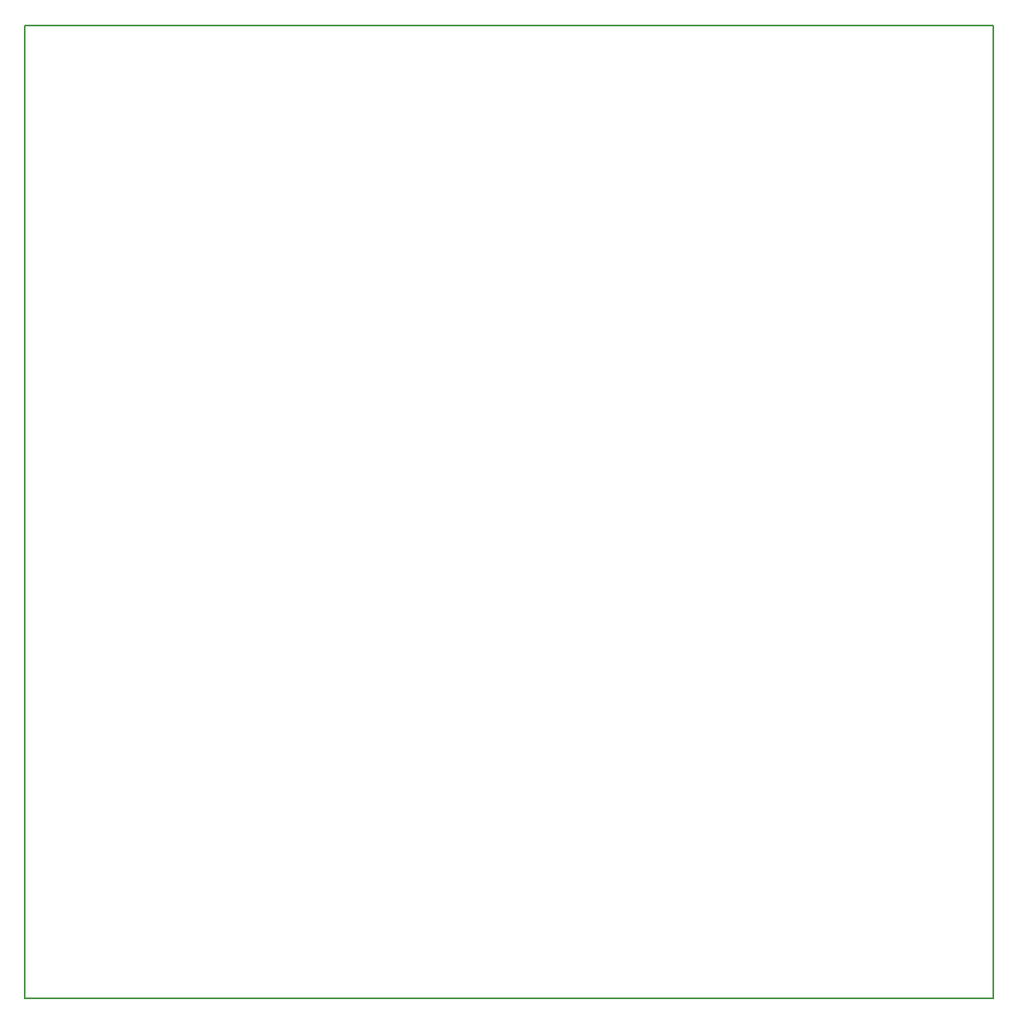
<source format=gbr>
G04 #@! TF.GenerationSoftware,KiCad,Pcbnew,(5.0.0)*
G04 #@! TF.CreationDate,2018-09-23T22:59:08+02:00*
G04 #@! TF.ProjectId,RED_80,5245445F38302E6B696361645F706362,rev?*
G04 #@! TF.SameCoordinates,Original*
G04 #@! TF.FileFunction,Profile,NP*
%FSLAX46Y46*%
G04 Gerber Fmt 4.6, Leading zero omitted, Abs format (unit mm)*
G04 Created by KiCad (PCBNEW (5.0.0)) date 09/23/18 22:59:08*
%MOMM*%
%LPD*%
G01*
G04 APERTURE LIST*
%ADD10C,0.150000*%
G04 APERTURE END LIST*
D10*
X201676000Y-150876000D02*
X201676000Y-50800000D01*
X102108000Y-150876000D02*
X201676000Y-150876000D01*
X102108000Y-51308000D02*
X102108000Y-150876000D01*
X102108000Y-51308000D02*
X102108000Y-50800000D01*
X102108000Y-50800000D02*
X102108000Y-51308000D01*
X102108000Y-50800000D02*
X201676000Y-50800000D01*
M02*

</source>
